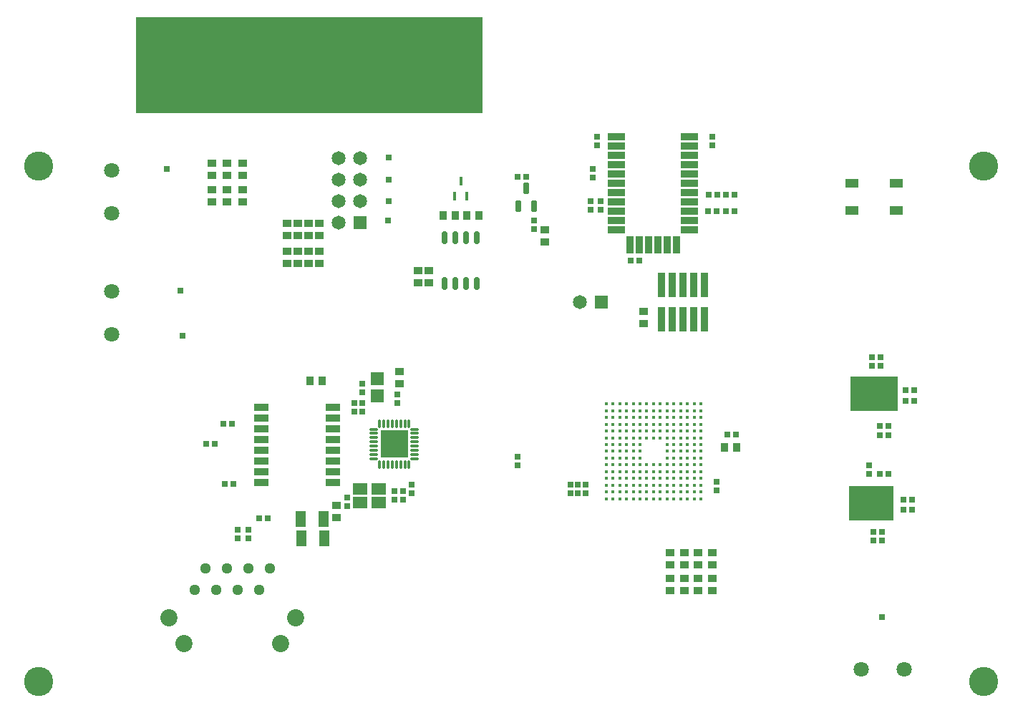
<source format=gts>
G04*
G04 #@! TF.GenerationSoftware,Altium Limited,Altium Designer,21.5.1 (32)*
G04*
G04 Layer_Color=8388736*
%FSLAX25Y25*%
%MOIN*%
G70*
G04*
G04 #@! TF.SameCoordinates,BCF79640-EA3D-49D6-A79E-8819A8E14975*
G04*
G04*
G04 #@! TF.FilePolarity,Negative*
G04*
G01*
G75*
%ADD16R,0.22000X0.16000*%
%ADD17R,0.21000X0.16000*%
%ADD18R,1.61500X0.44500*%
%ADD19R,0.04134X0.03740*%
%ADD20R,0.02953X0.02559*%
%ADD21R,0.03740X0.04134*%
%ADD22R,0.02559X0.02953*%
%ADD23R,0.06693X0.05709*%
%ADD24R,0.03504X0.11575*%
%ADD25R,0.06100X0.03900*%
%ADD26R,0.02591X0.02591*%
%ADD27R,0.02591X0.02591*%
G04:AMPARAMS|DCode=28|XSize=51.18mil|YSize=23.62mil|CornerRadius=2.01mil|HoleSize=0mil|Usage=FLASHONLY|Rotation=90.000|XOffset=0mil|YOffset=0mil|HoleType=Round|Shape=RoundedRectangle|*
%AMROUNDEDRECTD28*
21,1,0.05118,0.01961,0,0,90.0*
21,1,0.04717,0.02362,0,0,90.0*
1,1,0.00402,0.00980,0.02358*
1,1,0.00402,0.00980,-0.02358*
1,1,0.00402,-0.00980,-0.02358*
1,1,0.00402,-0.00980,0.02358*
%
%ADD28ROUNDEDRECTD28*%
%ADD29R,0.06496X0.06102*%
%ADD30R,0.00984X0.02657*%
%ADD31R,0.02264X0.00984*%
%ADD32O,0.03937X0.01575*%
%ADD33O,0.01575X0.03937*%
%ADD34R,0.12795X0.12795*%
%ADD35R,0.07087X0.03583*%
%ADD36R,0.04921X0.07284*%
%ADD37C,0.01600*%
%ADD38R,0.08465X0.03347*%
%ADD39R,0.03347X0.08465*%
%ADD40R,0.01775X0.04375*%
%ADD41O,0.02762X0.06109*%
%ADD42R,0.30891X0.40591*%
%ADD43R,0.02559X0.40591*%
%ADD44R,0.06496X0.06496*%
%ADD45C,0.06496*%
%ADD46C,0.07100*%
%ADD47C,0.07991*%
%ADD48C,0.05091*%
%ADD49R,0.06496X0.06496*%
%ADD50C,0.13591*%
D16*
X406500Y190500D02*
D03*
D17*
X405000Y139500D02*
D03*
D18*
X143500Y343500D02*
D03*
D19*
X324500Y104256D02*
D03*
Y98744D02*
D03*
X331000Y104256D02*
D03*
Y98744D02*
D03*
X318000Y104256D02*
D03*
Y98744D02*
D03*
X318000Y110744D02*
D03*
Y116256D02*
D03*
X324500Y110744D02*
D03*
Y116256D02*
D03*
X331000Y110744D02*
D03*
Y116256D02*
D03*
X311500Y110744D02*
D03*
Y116256D02*
D03*
X311500Y104256D02*
D03*
Y98744D02*
D03*
X156000Y132744D02*
D03*
Y138256D02*
D03*
X133000Y269756D02*
D03*
Y264244D02*
D03*
X143000Y269756D02*
D03*
Y264244D02*
D03*
X148000Y269756D02*
D03*
Y264244D02*
D03*
X148000Y251244D02*
D03*
Y256756D02*
D03*
X143000Y251244D02*
D03*
Y256756D02*
D03*
X138000Y269756D02*
D03*
Y264244D02*
D03*
X138000Y251244D02*
D03*
Y256756D02*
D03*
X133000Y251244D02*
D03*
Y256756D02*
D03*
X299000Y223244D02*
D03*
Y228756D02*
D03*
X253000Y266756D02*
D03*
Y261244D02*
D03*
X185500Y195244D02*
D03*
Y200756D02*
D03*
X98000Y297756D02*
D03*
Y292244D02*
D03*
X105000Y297756D02*
D03*
Y292244D02*
D03*
X112500Y297756D02*
D03*
Y292244D02*
D03*
X98000Y279744D02*
D03*
Y285256D02*
D03*
X105000Y279744D02*
D03*
Y285256D02*
D03*
X112500Y279744D02*
D03*
Y285256D02*
D03*
X199000Y247756D02*
D03*
Y242244D02*
D03*
X194000Y242244D02*
D03*
Y247756D02*
D03*
D20*
X338032Y171500D02*
D03*
X341968D02*
D03*
X120031Y132500D02*
D03*
X123969D02*
D03*
X244468Y291500D02*
D03*
X240531D02*
D03*
X103563Y176500D02*
D03*
X107500D02*
D03*
X99468Y167000D02*
D03*
X95531D02*
D03*
X104032Y148500D02*
D03*
X107968D02*
D03*
X409031Y153000D02*
D03*
X412968D02*
D03*
X420031Y141000D02*
D03*
X423969D02*
D03*
X409969Y122000D02*
D03*
X406032D02*
D03*
X409969Y126000D02*
D03*
X406032D02*
D03*
X424968Y187000D02*
D03*
X421032D02*
D03*
X423969Y136500D02*
D03*
X420031D02*
D03*
X409031Y175500D02*
D03*
X412968D02*
D03*
X409031Y171000D02*
D03*
X412968D02*
D03*
X421032Y192000D02*
D03*
X424968D02*
D03*
X329031Y275500D02*
D03*
X332968D02*
D03*
X329532Y283000D02*
D03*
X333469D02*
D03*
X296969Y252500D02*
D03*
X293032D02*
D03*
X341469Y275500D02*
D03*
X337531D02*
D03*
X341469Y283000D02*
D03*
X337531D02*
D03*
D21*
X336744Y165500D02*
D03*
X342256D02*
D03*
X143744Y196500D02*
D03*
X149256D02*
D03*
X216744Y273500D02*
D03*
X222256D02*
D03*
X211256Y273500D02*
D03*
X205744D02*
D03*
D22*
X333000Y149469D02*
D03*
Y145531D02*
D03*
X110000Y123031D02*
D03*
Y126969D02*
D03*
X115000Y123031D02*
D03*
Y126969D02*
D03*
X404000Y153032D02*
D03*
Y156968D02*
D03*
X248000Y267032D02*
D03*
Y270969D02*
D03*
X409500Y203532D02*
D03*
Y207469D02*
D03*
X405500Y207469D02*
D03*
Y203532D02*
D03*
X168000Y194968D02*
D03*
Y191032D02*
D03*
X164500Y182032D02*
D03*
Y185968D02*
D03*
X168000Y182032D02*
D03*
Y185968D02*
D03*
X183000Y144968D02*
D03*
Y141032D02*
D03*
X191000Y147968D02*
D03*
Y144032D02*
D03*
X240500Y157032D02*
D03*
Y160968D02*
D03*
X184500Y189937D02*
D03*
Y186000D02*
D03*
X187000Y141032D02*
D03*
Y144968D02*
D03*
X161000Y138031D02*
D03*
Y141969D02*
D03*
X272000Y147968D02*
D03*
Y144032D02*
D03*
X265000Y147968D02*
D03*
Y144032D02*
D03*
X268500Y147968D02*
D03*
Y144032D02*
D03*
X277500Y306063D02*
D03*
Y310000D02*
D03*
X331000Y309968D02*
D03*
Y306031D02*
D03*
X279000Y276031D02*
D03*
Y279969D02*
D03*
X274500Y276031D02*
D03*
Y279969D02*
D03*
X275500Y291032D02*
D03*
Y294969D02*
D03*
D23*
X167169Y146150D02*
D03*
X175831D02*
D03*
X167169Y139850D02*
D03*
X175831D02*
D03*
D24*
X327500Y241024D02*
D03*
X322500D02*
D03*
X317500D02*
D03*
X312500D02*
D03*
X307500D02*
D03*
Y225000D02*
D03*
X312500D02*
D03*
X317500D02*
D03*
X322500D02*
D03*
X327500D02*
D03*
D25*
X396165Y288299D02*
D03*
Y275701D02*
D03*
X416835D02*
D03*
Y288299D02*
D03*
D26*
X77000Y295000D02*
D03*
X83500Y238500D02*
D03*
X410000Y86500D02*
D03*
X84500Y217500D02*
D03*
D27*
X180500Y290000D02*
D03*
Y300500D02*
D03*
Y280000D02*
D03*
X180000Y271000D02*
D03*
D28*
X240760Y277866D02*
D03*
X248240D02*
D03*
X244500Y286134D02*
D03*
D29*
X175000Y189500D02*
D03*
Y197374D02*
D03*
D30*
X413858Y133348D02*
D03*
X411890D02*
D03*
X409921D02*
D03*
X407953D02*
D03*
X405984D02*
D03*
X404016D02*
D03*
X402047D02*
D03*
X400079D02*
D03*
X398110D02*
D03*
X396142D02*
D03*
X413858Y145652D02*
D03*
X411890D02*
D03*
X409921D02*
D03*
X407953D02*
D03*
X405984D02*
D03*
X404016D02*
D03*
X402047D02*
D03*
X400079D02*
D03*
X398110D02*
D03*
X396142D02*
D03*
X415779Y184500D02*
D03*
X413811D02*
D03*
X411842D02*
D03*
X409874D02*
D03*
X407905D02*
D03*
X405937D02*
D03*
X403968D02*
D03*
X402000D02*
D03*
X400032D02*
D03*
X398063D02*
D03*
X415779Y196803D02*
D03*
X413811D02*
D03*
X411842D02*
D03*
X409874D02*
D03*
X407905D02*
D03*
X405937D02*
D03*
X403968D02*
D03*
X402000D02*
D03*
X400032D02*
D03*
X398063D02*
D03*
D31*
X414104Y136547D02*
D03*
Y138516D02*
D03*
Y140484D02*
D03*
Y142453D02*
D03*
X395896Y136547D02*
D03*
Y138516D02*
D03*
Y140484D02*
D03*
Y142453D02*
D03*
X416026Y187699D02*
D03*
Y189667D02*
D03*
Y191636D02*
D03*
Y193604D02*
D03*
X397817Y187699D02*
D03*
Y189667D02*
D03*
Y191636D02*
D03*
Y193604D02*
D03*
D32*
X173551Y173890D02*
D03*
Y171921D02*
D03*
Y169953D02*
D03*
Y167984D02*
D03*
Y166016D02*
D03*
Y164047D02*
D03*
Y162079D02*
D03*
Y160110D02*
D03*
X192449D02*
D03*
Y162079D02*
D03*
Y164047D02*
D03*
Y166016D02*
D03*
Y167984D02*
D03*
Y169953D02*
D03*
Y171921D02*
D03*
Y173890D02*
D03*
D33*
X176110Y157551D02*
D03*
X178079D02*
D03*
X180047D02*
D03*
X182016D02*
D03*
X183984D02*
D03*
X185953D02*
D03*
X187921D02*
D03*
X189890D02*
D03*
Y176449D02*
D03*
X187921D02*
D03*
X185953D02*
D03*
X183984D02*
D03*
X182016D02*
D03*
X180047D02*
D03*
X178079D02*
D03*
X176110D02*
D03*
D34*
X183000Y167000D02*
D03*
D35*
X121000Y184000D02*
D03*
Y179000D02*
D03*
Y174000D02*
D03*
Y169000D02*
D03*
Y164000D02*
D03*
Y159000D02*
D03*
Y154000D02*
D03*
Y149000D02*
D03*
X154504Y184000D02*
D03*
Y179000D02*
D03*
Y174000D02*
D03*
Y169000D02*
D03*
Y164000D02*
D03*
Y159000D02*
D03*
Y154000D02*
D03*
Y149000D02*
D03*
D36*
X150315Y123000D02*
D03*
X139685D02*
D03*
X139500Y132000D02*
D03*
X150130D02*
D03*
D37*
X325748Y141551D02*
D03*
X322598D02*
D03*
X319449D02*
D03*
X316299D02*
D03*
X313150D02*
D03*
X310000D02*
D03*
X306850D02*
D03*
X303701D02*
D03*
X300551D02*
D03*
X297402D02*
D03*
X294252D02*
D03*
X291102D02*
D03*
X287953D02*
D03*
X284803D02*
D03*
X281653D02*
D03*
X325748Y144701D02*
D03*
X322598D02*
D03*
X319449D02*
D03*
X316299D02*
D03*
X313150D02*
D03*
X310000D02*
D03*
X306850D02*
D03*
X303701D02*
D03*
X300551D02*
D03*
X297402D02*
D03*
X294252D02*
D03*
X291102D02*
D03*
X287953D02*
D03*
X284803D02*
D03*
X281653D02*
D03*
X325748Y147850D02*
D03*
X322598D02*
D03*
X319449D02*
D03*
X316299D02*
D03*
X313150D02*
D03*
X310000D02*
D03*
X306850D02*
D03*
X303701D02*
D03*
X300551D02*
D03*
X297402D02*
D03*
X294252D02*
D03*
X291102D02*
D03*
X287953D02*
D03*
X284803D02*
D03*
X281653D02*
D03*
X325748Y151000D02*
D03*
X322598D02*
D03*
X319449D02*
D03*
X316299D02*
D03*
X313150D02*
D03*
X310000D02*
D03*
X306850D02*
D03*
X303701D02*
D03*
X300551D02*
D03*
X297402D02*
D03*
X294252D02*
D03*
X291102D02*
D03*
X287953D02*
D03*
X284803D02*
D03*
X281653D02*
D03*
X325748Y154150D02*
D03*
X322598D02*
D03*
X319449D02*
D03*
X316299D02*
D03*
X313150D02*
D03*
X310000D02*
D03*
X306850D02*
D03*
X303701D02*
D03*
X300551D02*
D03*
X297402D02*
D03*
X294252D02*
D03*
X291102D02*
D03*
X287953D02*
D03*
X284803D02*
D03*
X281653D02*
D03*
X325748Y157299D02*
D03*
X322598D02*
D03*
X319449D02*
D03*
X316299D02*
D03*
X313150D02*
D03*
X310000D02*
D03*
X306850D02*
D03*
X303701D02*
D03*
X300551D02*
D03*
X297402D02*
D03*
X294252D02*
D03*
X291102D02*
D03*
X287953D02*
D03*
X284803D02*
D03*
X281653D02*
D03*
X325748Y160449D02*
D03*
X322598D02*
D03*
X319449D02*
D03*
X316299D02*
D03*
X313150D02*
D03*
X310000D02*
D03*
X297402D02*
D03*
X294252D02*
D03*
X291102D02*
D03*
X287953D02*
D03*
X284803D02*
D03*
X281653D02*
D03*
X325748Y163598D02*
D03*
X322598D02*
D03*
X319449D02*
D03*
X316299D02*
D03*
X313150D02*
D03*
X310000D02*
D03*
X297402D02*
D03*
X294252D02*
D03*
X291102D02*
D03*
X287953D02*
D03*
X284803D02*
D03*
X281653D02*
D03*
X325748Y166748D02*
D03*
X322598D02*
D03*
X319449D02*
D03*
X316299D02*
D03*
X313150D02*
D03*
X310000D02*
D03*
X297402D02*
D03*
X294252D02*
D03*
X291102D02*
D03*
X287953D02*
D03*
X284803D02*
D03*
X281653D02*
D03*
X325748Y169898D02*
D03*
X322598D02*
D03*
X319449D02*
D03*
X316299D02*
D03*
X313150D02*
D03*
X310000D02*
D03*
X306850D02*
D03*
X303701D02*
D03*
X300551D02*
D03*
X297402D02*
D03*
X294252D02*
D03*
X291102D02*
D03*
X287953D02*
D03*
X284803D02*
D03*
X281653D02*
D03*
X325748Y173047D02*
D03*
X322598D02*
D03*
X319449D02*
D03*
X316299D02*
D03*
X313150D02*
D03*
X310000D02*
D03*
X306850D02*
D03*
X303701D02*
D03*
X300551D02*
D03*
X297402D02*
D03*
X294252D02*
D03*
X291102D02*
D03*
X287953D02*
D03*
X284803D02*
D03*
X281653D02*
D03*
X325748Y176197D02*
D03*
X322598D02*
D03*
X319449D02*
D03*
X316299D02*
D03*
X313150D02*
D03*
X310000D02*
D03*
X306850D02*
D03*
X303701D02*
D03*
X300551D02*
D03*
X297402D02*
D03*
X294252D02*
D03*
X291102D02*
D03*
X287953D02*
D03*
X284803D02*
D03*
X281653D02*
D03*
X325748Y179347D02*
D03*
X322598D02*
D03*
X319449D02*
D03*
X316299D02*
D03*
X313150D02*
D03*
X310000D02*
D03*
X306850D02*
D03*
X303701D02*
D03*
X300551D02*
D03*
X297402D02*
D03*
X294252D02*
D03*
X291102D02*
D03*
X287953D02*
D03*
X284803D02*
D03*
X281653D02*
D03*
X325748Y182496D02*
D03*
X322598D02*
D03*
X319449D02*
D03*
X316299D02*
D03*
X313150D02*
D03*
X310000D02*
D03*
X306850D02*
D03*
X303701D02*
D03*
X300551D02*
D03*
X297402D02*
D03*
X294252D02*
D03*
X291102D02*
D03*
X287953D02*
D03*
X284803D02*
D03*
X281653D02*
D03*
X325748Y185646D02*
D03*
X322598D02*
D03*
X319449D02*
D03*
X316299D02*
D03*
X313150D02*
D03*
X310000D02*
D03*
X306850D02*
D03*
X303701D02*
D03*
X300551D02*
D03*
X297402D02*
D03*
X294252D02*
D03*
X291102D02*
D03*
X287953D02*
D03*
X284803D02*
D03*
X281653D02*
D03*
D38*
X286500Y297169D02*
D03*
Y292823D02*
D03*
Y301500D02*
D03*
Y310169D02*
D03*
Y305831D02*
D03*
Y284169D02*
D03*
Y275500D02*
D03*
Y288500D02*
D03*
Y279831D02*
D03*
Y271169D02*
D03*
X320516Y297169D02*
D03*
Y292823D02*
D03*
Y301500D02*
D03*
Y310169D02*
D03*
Y305831D02*
D03*
Y284169D02*
D03*
Y275500D02*
D03*
Y266839D02*
D03*
Y288500D02*
D03*
Y279831D02*
D03*
Y271169D02*
D03*
X286500Y266839D02*
D03*
D39*
X292760Y259752D02*
D03*
X297091D02*
D03*
X301421D02*
D03*
X310083D02*
D03*
X314413D02*
D03*
X305752D02*
D03*
D40*
X214000Y289543D02*
D03*
X216756Y282457D02*
D03*
X211244D02*
D03*
D41*
X206500Y263228D02*
D03*
X211500D02*
D03*
X216500D02*
D03*
X221500D02*
D03*
Y241772D02*
D03*
X216500D02*
D03*
X211500D02*
D03*
X206500D02*
D03*
D42*
X82100Y341775D02*
D03*
X129400D02*
D03*
D43*
X217150D02*
D03*
X214000D02*
D03*
X210850D02*
D03*
X207700D02*
D03*
X204550D02*
D03*
X201400D02*
D03*
X198250D02*
D03*
X191950D02*
D03*
X195100D02*
D03*
X188800D02*
D03*
X185650D02*
D03*
X182500D02*
D03*
X179350D02*
D03*
X176200D02*
D03*
X173050D02*
D03*
X169900D02*
D03*
X163600D02*
D03*
X160450D02*
D03*
X166750D02*
D03*
X220300D02*
D03*
D44*
X167000Y270000D02*
D03*
D45*
X157000D02*
D03*
X167000Y280000D02*
D03*
X157000D02*
D03*
X167000Y290000D02*
D03*
X157000D02*
D03*
X167000Y300000D02*
D03*
X157000D02*
D03*
X269500Y233000D02*
D03*
D46*
X51500Y218000D02*
D03*
Y238000D02*
D03*
Y274500D02*
D03*
Y294500D02*
D03*
X400500Y62000D02*
D03*
X420500D02*
D03*
D47*
X130000Y74000D02*
D03*
X85000D02*
D03*
X137000Y86000D02*
D03*
X78000D02*
D03*
D48*
X125000Y109000D02*
D03*
X120000Y99000D02*
D03*
X115000Y109000D02*
D03*
X110000Y99000D02*
D03*
X105000Y109000D02*
D03*
X100000Y99000D02*
D03*
X90000D02*
D03*
X95000Y109000D02*
D03*
D49*
X279500Y233000D02*
D03*
D50*
X457550Y56450D02*
D03*
X17550D02*
D03*
X457550Y296450D02*
D03*
X17550D02*
D03*
M02*

</source>
